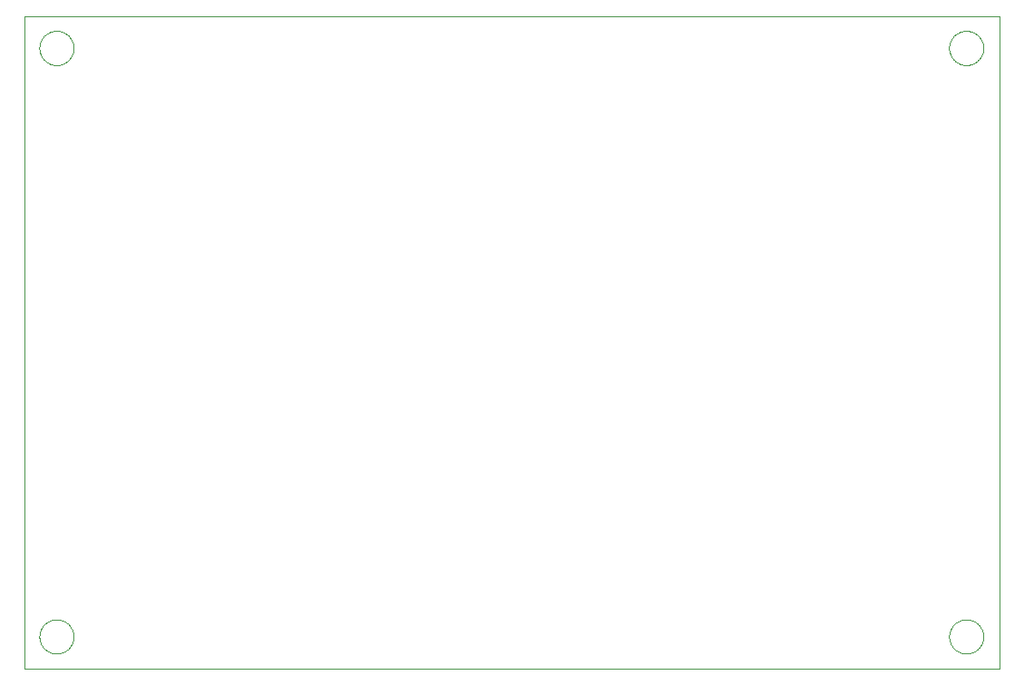
<source format=gbr>
G75*
%MOMM*%
%OFA0B0*%
%FSLAX33Y33*%
%IPPOS*%
%LPD*%
%AMOC8*
5,1,8,0,0,1.08239X$1,22.5*
%
%ADD10C,0.000*%
D10*
X00254Y00254D02*
X00254Y61204D01*
X91364Y61204D01*
X91364Y00254D01*
X00254Y00254D01*
X01654Y03254D02*
X01656Y03334D01*
X01662Y03413D01*
X01672Y03492D01*
X01686Y03571D01*
X01703Y03649D01*
X01725Y03726D01*
X01750Y03801D01*
X01780Y03875D01*
X01812Y03948D01*
X01849Y04019D01*
X01889Y04088D01*
X01932Y04155D01*
X01979Y04220D01*
X02028Y04282D01*
X02081Y04342D01*
X02137Y04399D01*
X02195Y04454D01*
X02256Y04505D01*
X02320Y04553D01*
X02386Y04598D01*
X02454Y04640D01*
X02524Y04678D01*
X02596Y04712D01*
X02669Y04743D01*
X02744Y04771D01*
X02821Y04794D01*
X02898Y04814D01*
X02976Y04830D01*
X03055Y04842D01*
X03134Y04850D01*
X03214Y04854D01*
X03294Y04854D01*
X03374Y04850D01*
X03453Y04842D01*
X03532Y04830D01*
X03610Y04814D01*
X03687Y04794D01*
X03764Y04771D01*
X03839Y04743D01*
X03912Y04712D01*
X03984Y04678D01*
X04054Y04640D01*
X04122Y04598D01*
X04188Y04553D01*
X04252Y04505D01*
X04313Y04454D01*
X04371Y04399D01*
X04427Y04342D01*
X04480Y04282D01*
X04529Y04220D01*
X04576Y04155D01*
X04619Y04088D01*
X04659Y04019D01*
X04696Y03948D01*
X04728Y03875D01*
X04758Y03801D01*
X04783Y03726D01*
X04805Y03649D01*
X04822Y03571D01*
X04836Y03492D01*
X04846Y03413D01*
X04852Y03334D01*
X04854Y03254D01*
X04852Y03174D01*
X04846Y03095D01*
X04836Y03016D01*
X04822Y02937D01*
X04805Y02859D01*
X04783Y02782D01*
X04758Y02707D01*
X04728Y02633D01*
X04696Y02560D01*
X04659Y02489D01*
X04619Y02420D01*
X04576Y02353D01*
X04529Y02288D01*
X04480Y02226D01*
X04427Y02166D01*
X04371Y02109D01*
X04313Y02054D01*
X04252Y02003D01*
X04188Y01955D01*
X04122Y01910D01*
X04054Y01868D01*
X03984Y01830D01*
X03912Y01796D01*
X03839Y01765D01*
X03764Y01737D01*
X03687Y01714D01*
X03610Y01694D01*
X03532Y01678D01*
X03453Y01666D01*
X03374Y01658D01*
X03294Y01654D01*
X03214Y01654D01*
X03134Y01658D01*
X03055Y01666D01*
X02976Y01678D01*
X02898Y01694D01*
X02821Y01714D01*
X02744Y01737D01*
X02669Y01765D01*
X02596Y01796D01*
X02524Y01830D01*
X02454Y01868D01*
X02386Y01910D01*
X02320Y01955D01*
X02256Y02003D01*
X02195Y02054D01*
X02137Y02109D01*
X02081Y02166D01*
X02028Y02226D01*
X01979Y02288D01*
X01932Y02353D01*
X01889Y02420D01*
X01849Y02489D01*
X01812Y02560D01*
X01780Y02633D01*
X01750Y02707D01*
X01725Y02782D01*
X01703Y02859D01*
X01686Y02937D01*
X01672Y03016D01*
X01662Y03095D01*
X01656Y03174D01*
X01654Y03254D01*
X01654Y58254D02*
X01656Y58334D01*
X01662Y58413D01*
X01672Y58492D01*
X01686Y58571D01*
X01703Y58649D01*
X01725Y58726D01*
X01750Y58801D01*
X01780Y58875D01*
X01812Y58948D01*
X01849Y59019D01*
X01889Y59088D01*
X01932Y59155D01*
X01979Y59220D01*
X02028Y59282D01*
X02081Y59342D01*
X02137Y59399D01*
X02195Y59454D01*
X02256Y59505D01*
X02320Y59553D01*
X02386Y59598D01*
X02454Y59640D01*
X02524Y59678D01*
X02596Y59712D01*
X02669Y59743D01*
X02744Y59771D01*
X02821Y59794D01*
X02898Y59814D01*
X02976Y59830D01*
X03055Y59842D01*
X03134Y59850D01*
X03214Y59854D01*
X03294Y59854D01*
X03374Y59850D01*
X03453Y59842D01*
X03532Y59830D01*
X03610Y59814D01*
X03687Y59794D01*
X03764Y59771D01*
X03839Y59743D01*
X03912Y59712D01*
X03984Y59678D01*
X04054Y59640D01*
X04122Y59598D01*
X04188Y59553D01*
X04252Y59505D01*
X04313Y59454D01*
X04371Y59399D01*
X04427Y59342D01*
X04480Y59282D01*
X04529Y59220D01*
X04576Y59155D01*
X04619Y59088D01*
X04659Y59019D01*
X04696Y58948D01*
X04728Y58875D01*
X04758Y58801D01*
X04783Y58726D01*
X04805Y58649D01*
X04822Y58571D01*
X04836Y58492D01*
X04846Y58413D01*
X04852Y58334D01*
X04854Y58254D01*
X04852Y58174D01*
X04846Y58095D01*
X04836Y58016D01*
X04822Y57937D01*
X04805Y57859D01*
X04783Y57782D01*
X04758Y57707D01*
X04728Y57633D01*
X04696Y57560D01*
X04659Y57489D01*
X04619Y57420D01*
X04576Y57353D01*
X04529Y57288D01*
X04480Y57226D01*
X04427Y57166D01*
X04371Y57109D01*
X04313Y57054D01*
X04252Y57003D01*
X04188Y56955D01*
X04122Y56910D01*
X04054Y56868D01*
X03984Y56830D01*
X03912Y56796D01*
X03839Y56765D01*
X03764Y56737D01*
X03687Y56714D01*
X03610Y56694D01*
X03532Y56678D01*
X03453Y56666D01*
X03374Y56658D01*
X03294Y56654D01*
X03214Y56654D01*
X03134Y56658D01*
X03055Y56666D01*
X02976Y56678D01*
X02898Y56694D01*
X02821Y56714D01*
X02744Y56737D01*
X02669Y56765D01*
X02596Y56796D01*
X02524Y56830D01*
X02454Y56868D01*
X02386Y56910D01*
X02320Y56955D01*
X02256Y57003D01*
X02195Y57054D01*
X02137Y57109D01*
X02081Y57166D01*
X02028Y57226D01*
X01979Y57288D01*
X01932Y57353D01*
X01889Y57420D01*
X01849Y57489D01*
X01812Y57560D01*
X01780Y57633D01*
X01750Y57707D01*
X01725Y57782D01*
X01703Y57859D01*
X01686Y57937D01*
X01672Y58016D01*
X01662Y58095D01*
X01656Y58174D01*
X01654Y58254D01*
X86654Y58254D02*
X86656Y58334D01*
X86662Y58413D01*
X86672Y58492D01*
X86686Y58571D01*
X86703Y58649D01*
X86725Y58726D01*
X86750Y58801D01*
X86780Y58875D01*
X86812Y58948D01*
X86849Y59019D01*
X86889Y59088D01*
X86932Y59155D01*
X86979Y59220D01*
X87028Y59282D01*
X87081Y59342D01*
X87137Y59399D01*
X87195Y59454D01*
X87256Y59505D01*
X87320Y59553D01*
X87386Y59598D01*
X87454Y59640D01*
X87524Y59678D01*
X87596Y59712D01*
X87669Y59743D01*
X87744Y59771D01*
X87821Y59794D01*
X87898Y59814D01*
X87976Y59830D01*
X88055Y59842D01*
X88134Y59850D01*
X88214Y59854D01*
X88294Y59854D01*
X88374Y59850D01*
X88453Y59842D01*
X88532Y59830D01*
X88610Y59814D01*
X88687Y59794D01*
X88764Y59771D01*
X88839Y59743D01*
X88912Y59712D01*
X88984Y59678D01*
X89054Y59640D01*
X89122Y59598D01*
X89188Y59553D01*
X89252Y59505D01*
X89313Y59454D01*
X89371Y59399D01*
X89427Y59342D01*
X89480Y59282D01*
X89529Y59220D01*
X89576Y59155D01*
X89619Y59088D01*
X89659Y59019D01*
X89696Y58948D01*
X89728Y58875D01*
X89758Y58801D01*
X89783Y58726D01*
X89805Y58649D01*
X89822Y58571D01*
X89836Y58492D01*
X89846Y58413D01*
X89852Y58334D01*
X89854Y58254D01*
X89852Y58174D01*
X89846Y58095D01*
X89836Y58016D01*
X89822Y57937D01*
X89805Y57859D01*
X89783Y57782D01*
X89758Y57707D01*
X89728Y57633D01*
X89696Y57560D01*
X89659Y57489D01*
X89619Y57420D01*
X89576Y57353D01*
X89529Y57288D01*
X89480Y57226D01*
X89427Y57166D01*
X89371Y57109D01*
X89313Y57054D01*
X89252Y57003D01*
X89188Y56955D01*
X89122Y56910D01*
X89054Y56868D01*
X88984Y56830D01*
X88912Y56796D01*
X88839Y56765D01*
X88764Y56737D01*
X88687Y56714D01*
X88610Y56694D01*
X88532Y56678D01*
X88453Y56666D01*
X88374Y56658D01*
X88294Y56654D01*
X88214Y56654D01*
X88134Y56658D01*
X88055Y56666D01*
X87976Y56678D01*
X87898Y56694D01*
X87821Y56714D01*
X87744Y56737D01*
X87669Y56765D01*
X87596Y56796D01*
X87524Y56830D01*
X87454Y56868D01*
X87386Y56910D01*
X87320Y56955D01*
X87256Y57003D01*
X87195Y57054D01*
X87137Y57109D01*
X87081Y57166D01*
X87028Y57226D01*
X86979Y57288D01*
X86932Y57353D01*
X86889Y57420D01*
X86849Y57489D01*
X86812Y57560D01*
X86780Y57633D01*
X86750Y57707D01*
X86725Y57782D01*
X86703Y57859D01*
X86686Y57937D01*
X86672Y58016D01*
X86662Y58095D01*
X86656Y58174D01*
X86654Y58254D01*
X86654Y03254D02*
X86656Y03334D01*
X86662Y03413D01*
X86672Y03492D01*
X86686Y03571D01*
X86703Y03649D01*
X86725Y03726D01*
X86750Y03801D01*
X86780Y03875D01*
X86812Y03948D01*
X86849Y04019D01*
X86889Y04088D01*
X86932Y04155D01*
X86979Y04220D01*
X87028Y04282D01*
X87081Y04342D01*
X87137Y04399D01*
X87195Y04454D01*
X87256Y04505D01*
X87320Y04553D01*
X87386Y04598D01*
X87454Y04640D01*
X87524Y04678D01*
X87596Y04712D01*
X87669Y04743D01*
X87744Y04771D01*
X87821Y04794D01*
X87898Y04814D01*
X87976Y04830D01*
X88055Y04842D01*
X88134Y04850D01*
X88214Y04854D01*
X88294Y04854D01*
X88374Y04850D01*
X88453Y04842D01*
X88532Y04830D01*
X88610Y04814D01*
X88687Y04794D01*
X88764Y04771D01*
X88839Y04743D01*
X88912Y04712D01*
X88984Y04678D01*
X89054Y04640D01*
X89122Y04598D01*
X89188Y04553D01*
X89252Y04505D01*
X89313Y04454D01*
X89371Y04399D01*
X89427Y04342D01*
X89480Y04282D01*
X89529Y04220D01*
X89576Y04155D01*
X89619Y04088D01*
X89659Y04019D01*
X89696Y03948D01*
X89728Y03875D01*
X89758Y03801D01*
X89783Y03726D01*
X89805Y03649D01*
X89822Y03571D01*
X89836Y03492D01*
X89846Y03413D01*
X89852Y03334D01*
X89854Y03254D01*
X89852Y03174D01*
X89846Y03095D01*
X89836Y03016D01*
X89822Y02937D01*
X89805Y02859D01*
X89783Y02782D01*
X89758Y02707D01*
X89728Y02633D01*
X89696Y02560D01*
X89659Y02489D01*
X89619Y02420D01*
X89576Y02353D01*
X89529Y02288D01*
X89480Y02226D01*
X89427Y02166D01*
X89371Y02109D01*
X89313Y02054D01*
X89252Y02003D01*
X89188Y01955D01*
X89122Y01910D01*
X89054Y01868D01*
X88984Y01830D01*
X88912Y01796D01*
X88839Y01765D01*
X88764Y01737D01*
X88687Y01714D01*
X88610Y01694D01*
X88532Y01678D01*
X88453Y01666D01*
X88374Y01658D01*
X88294Y01654D01*
X88214Y01654D01*
X88134Y01658D01*
X88055Y01666D01*
X87976Y01678D01*
X87898Y01694D01*
X87821Y01714D01*
X87744Y01737D01*
X87669Y01765D01*
X87596Y01796D01*
X87524Y01830D01*
X87454Y01868D01*
X87386Y01910D01*
X87320Y01955D01*
X87256Y02003D01*
X87195Y02054D01*
X87137Y02109D01*
X87081Y02166D01*
X87028Y02226D01*
X86979Y02288D01*
X86932Y02353D01*
X86889Y02420D01*
X86849Y02489D01*
X86812Y02560D01*
X86780Y02633D01*
X86750Y02707D01*
X86725Y02782D01*
X86703Y02859D01*
X86686Y02937D01*
X86672Y03016D01*
X86662Y03095D01*
X86656Y03174D01*
X86654Y03254D01*
M02*

</source>
